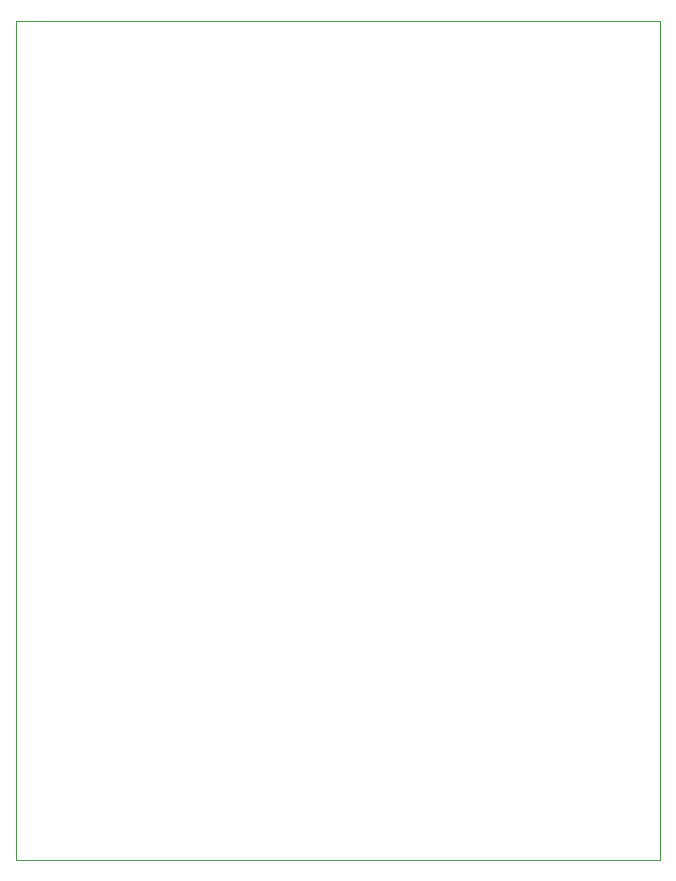
<source format=gbr>
%TF.GenerationSoftware,KiCad,Pcbnew,(5.1.8)-1*%
%TF.CreationDate,2021-11-07T11:05:33-05:00*%
%TF.ProjectId,controller,636f6e74-726f-46c6-9c65-722e6b696361,rev?*%
%TF.SameCoordinates,Original*%
%TF.FileFunction,Profile,NP*%
%FSLAX46Y46*%
G04 Gerber Fmt 4.6, Leading zero omitted, Abs format (unit mm)*
G04 Created by KiCad (PCBNEW (5.1.8)-1) date 2021-11-07 11:05:33*
%MOMM*%
%LPD*%
G01*
G04 APERTURE LIST*
%TA.AperFunction,Profile*%
%ADD10C,0.050000*%
%TD*%
G04 APERTURE END LIST*
D10*
X119500000Y-126000000D02*
X119500000Y-55000000D01*
X174000000Y-126000000D02*
X119500000Y-126000000D01*
X174000000Y-55000000D02*
X174000000Y-126000000D01*
X119500000Y-55000000D02*
X174000000Y-55000000D01*
M02*

</source>
